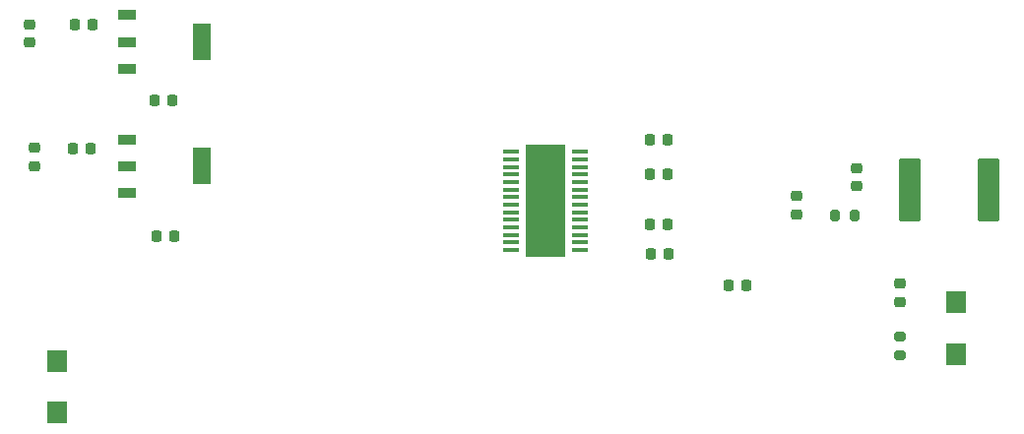
<source format=gbr>
%TF.GenerationSoftware,KiCad,Pcbnew,7.0.7*%
%TF.CreationDate,2024-02-25T13:36:01-08:00*%
%TF.ProjectId,Power-board,506f7765-722d-4626-9f61-72642e6b6963,rev?*%
%TF.SameCoordinates,Original*%
%TF.FileFunction,Paste,Top*%
%TF.FilePolarity,Positive*%
%FSLAX46Y46*%
G04 Gerber Fmt 4.6, Leading zero omitted, Abs format (unit mm)*
G04 Created by KiCad (PCBNEW 7.0.7) date 2024-02-25 13:36:01*
%MOMM*%
%LPD*%
G01*
G04 APERTURE LIST*
G04 Aperture macros list*
%AMRoundRect*
0 Rectangle with rounded corners*
0 $1 Rounding radius*
0 $2 $3 $4 $5 $6 $7 $8 $9 X,Y pos of 4 corners*
0 Add a 4 corners polygon primitive as box body*
4,1,4,$2,$3,$4,$5,$6,$7,$8,$9,$2,$3,0*
0 Add four circle primitives for the rounded corners*
1,1,$1+$1,$2,$3*
1,1,$1+$1,$4,$5*
1,1,$1+$1,$6,$7*
1,1,$1+$1,$8,$9*
0 Add four rect primitives between the rounded corners*
20,1,$1+$1,$2,$3,$4,$5,0*
20,1,$1+$1,$4,$5,$6,$7,0*
20,1,$1+$1,$6,$7,$8,$9,0*
20,1,$1+$1,$8,$9,$2,$3,0*%
G04 Aperture macros list end*
%ADD10RoundRect,0.225000X-0.225000X-0.250000X0.225000X-0.250000X0.225000X0.250000X-0.225000X0.250000X0*%
%ADD11RoundRect,0.218750X0.256250X-0.218750X0.256250X0.218750X-0.256250X0.218750X-0.256250X-0.218750X0*%
%ADD12RoundRect,0.225000X0.225000X0.250000X-0.225000X0.250000X-0.225000X-0.250000X0.225000X-0.250000X0*%
%ADD13RoundRect,0.225000X0.250000X-0.225000X0.250000X0.225000X-0.250000X0.225000X-0.250000X-0.225000X0*%
%ADD14RoundRect,0.218750X0.218750X0.256250X-0.218750X0.256250X-0.218750X-0.256250X0.218750X-0.256250X0*%
%ADD15R,1.676400X1.879600*%
%ADD16RoundRect,0.200000X-0.275000X0.200000X-0.275000X-0.200000X0.275000X-0.200000X0.275000X0.200000X0*%
%ADD17R,1.400000X0.449999*%
%ADD18R,3.400001X9.700001*%
%ADD19RoundRect,0.250000X-0.712500X-2.475000X0.712500X-2.475000X0.712500X2.475000X-0.712500X2.475000X0*%
%ADD20R,1.549400X0.863600*%
%ADD21RoundRect,0.361950X-0.361950X1.098550X-0.361950X-1.098550X0.361950X-1.098550X0.361950X1.098550X0*%
%ADD22RoundRect,0.200000X0.200000X0.275000X-0.200000X0.275000X-0.200000X-0.275000X0.200000X-0.275000X0*%
G04 APERTURE END LIST*
%TO.C,U3*%
G36*
X123427570Y-82205994D02*
G01*
X123436295Y-82208641D01*
X123444334Y-82212936D01*
X123451380Y-82218720D01*
X123457164Y-82225766D01*
X123461459Y-82233805D01*
X123464105Y-82242530D01*
X123464999Y-82251600D01*
X123464999Y-87338600D01*
X123464105Y-87347670D01*
X123461459Y-87356395D01*
X123457164Y-87364434D01*
X123451380Y-87371480D01*
X123444334Y-87377264D01*
X123436295Y-87381559D01*
X123427570Y-87384206D01*
X123418500Y-87385100D01*
X120411500Y-87385100D01*
X120402430Y-87384206D01*
X120393705Y-87381559D01*
X120385666Y-87377264D01*
X120378620Y-87371480D01*
X120372836Y-87364434D01*
X120368541Y-87356395D01*
X120365895Y-87347670D01*
X120365001Y-87338600D01*
X120365001Y-82251600D01*
X120365895Y-82242530D01*
X120368541Y-82233805D01*
X120372836Y-82225766D01*
X120378620Y-82218720D01*
X120385666Y-82212936D01*
X120393705Y-82208641D01*
X120402430Y-82205994D01*
X120411500Y-82205100D01*
X123418500Y-82205100D01*
X123427570Y-82205994D01*
G37*
%TO.C,U1*%
G36*
X93170500Y-72684800D02*
G01*
X91621100Y-72684800D01*
X91621100Y-69535200D01*
X93170500Y-69535200D01*
X93170500Y-72684800D01*
G37*
%TO.C,U4*%
G36*
X93150500Y-83384800D02*
G01*
X91601100Y-83384800D01*
X91601100Y-80235200D01*
X93150500Y-80235200D01*
X93150500Y-83384800D01*
G37*
%TD*%
D10*
%TO.C,C4*%
X130905000Y-79575100D03*
X132455000Y-79575100D03*
%TD*%
D11*
%TO.C,D2*%
X143498000Y-85946000D03*
X143498000Y-84371000D03*
%TD*%
D12*
%TO.C,C5*%
X90000000Y-87800000D03*
X88450000Y-87800000D03*
%TD*%
D13*
%TO.C,C1*%
X77600000Y-71150000D03*
X77600000Y-69600000D03*
%TD*%
D14*
%TO.C,F2*%
X83000000Y-69600000D03*
X81425000Y-69600000D03*
%TD*%
D13*
%TO.C,C12*%
X152400000Y-93472000D03*
X152400000Y-91922000D03*
%TD*%
D15*
%TO.C,D16*%
X79950000Y-98600000D03*
X79950000Y-103019600D03*
%TD*%
D16*
%TO.C,R1*%
X152400000Y-96457000D03*
X152400000Y-98107000D03*
%TD*%
D17*
%TO.C,U3*%
X118965001Y-80570100D03*
X118965001Y-81220101D03*
X118965001Y-81870100D03*
X118965001Y-82520101D03*
X118965001Y-83170099D03*
X118965001Y-83820101D03*
X118965001Y-84470099D03*
X118965001Y-85120101D03*
X118965001Y-85770099D03*
X118965001Y-86420101D03*
X118965001Y-87070099D03*
X118965001Y-87720100D03*
X118965001Y-88370099D03*
X118965001Y-89020100D03*
X124865002Y-89020100D03*
X124865002Y-88370099D03*
X124865002Y-87720100D03*
X124865002Y-87070099D03*
X124865002Y-86420101D03*
X124865002Y-85770099D03*
X124865002Y-85120101D03*
X124865002Y-84470099D03*
X124865002Y-83820101D03*
X124865002Y-83170099D03*
X124865002Y-82520101D03*
X124865002Y-81870100D03*
X124865002Y-81220101D03*
X124865002Y-80570100D03*
D18*
X121915000Y-84795100D03*
%TD*%
D13*
%TO.C,C3*%
X78000000Y-81800000D03*
X78000000Y-80250000D03*
%TD*%
D10*
%TO.C,C9*%
X130905000Y-86775100D03*
X132455000Y-86775100D03*
%TD*%
D19*
%TO.C,F1*%
X153245000Y-83820000D03*
X160020000Y-83820000D03*
%TD*%
D14*
%TO.C,F3*%
X82851000Y-80286000D03*
X81276000Y-80286000D03*
%TD*%
D12*
%TO.C,C11*%
X139200000Y-92050000D03*
X137650000Y-92050000D03*
%TD*%
D13*
%TO.C,C6*%
X148700000Y-83500000D03*
X148700000Y-81950000D03*
%TD*%
D20*
%TO.C,U1*%
X85944200Y-68810000D03*
X85944200Y-71110000D03*
X85944200Y-73410000D03*
D21*
X92383100Y-71122700D03*
%TD*%
D10*
%TO.C,C10*%
X130955000Y-89375100D03*
X132505000Y-89375100D03*
%TD*%
D22*
%TO.C,R3*%
X148500000Y-86050000D03*
X146850000Y-86050000D03*
%TD*%
D10*
%TO.C,C8*%
X130905000Y-82479100D03*
X132455000Y-82479100D03*
%TD*%
D15*
%TO.C,D15*%
X157200000Y-97950000D03*
X157200000Y-93530400D03*
%TD*%
D20*
%TO.C,U4*%
X85924200Y-79510000D03*
X85924200Y-81810000D03*
X85924200Y-84110000D03*
D21*
X92363100Y-81822700D03*
%TD*%
D12*
%TO.C,C2*%
X89850000Y-76150000D03*
X88300000Y-76150000D03*
%TD*%
M02*

</source>
